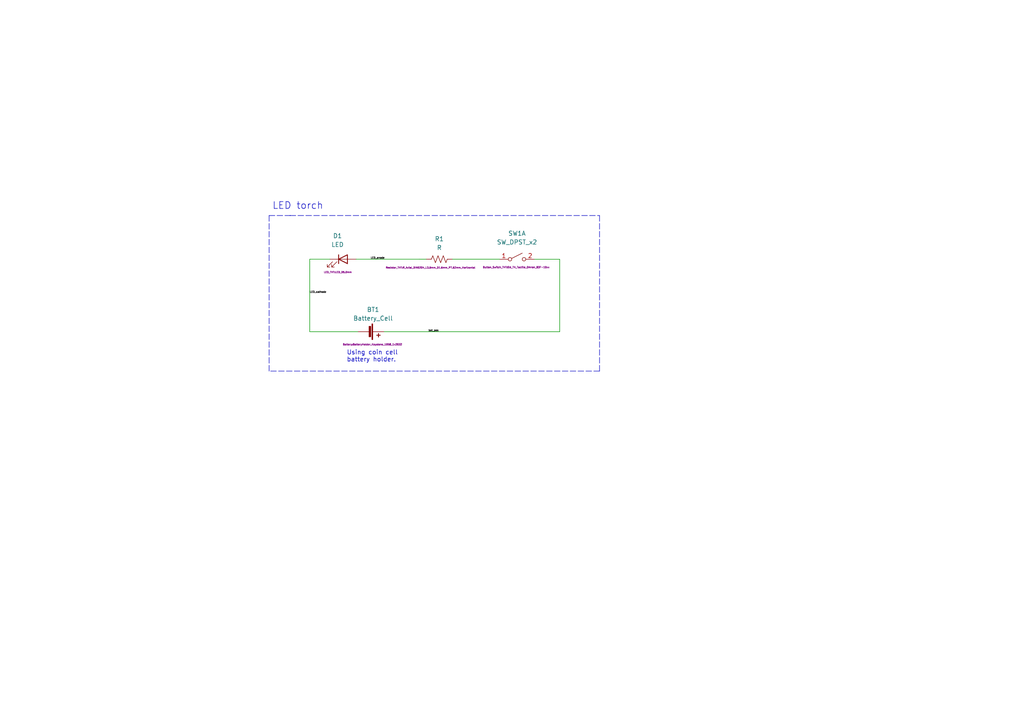
<source format=kicad_sch>
(kicad_sch (version 20211123) (generator eeschema)
  (paper "A4")
  (title_block (title "LED Torch") (date "2025-03-09") (comment 1 "Project 1") (comment 2 "Taulant Shala"))
  (lib_symbols
    (symbol "Device:Battery_Cell" (pin_numbers hide) (pin_names (offset 0) hide)
      (property "Reference" "BT" (at 2.54 2.54 0))
      (property "Value" "Battery_Cell" (at 2.54 0 0))
      (symbol "Battery_Cell_0_1"
        (rectangle (start -2.286 1.778) (end 2.286 1.524) (fill (type outline)))
        (rectangle (start -1.5748 1.1938) (end 1.4732 0.6858) (fill (type outline)))
        (polyline (pts (xy 0 0.762) (xy 0 0)))
        (polyline (pts (xy 0 1.778) (xy 0 2.54)))
        (polyline (pts (xy 0.508 3.429) (xy 1.524 3.429)) (stroke (width 0.254)))
        (polyline (pts (xy 1.016 3.937) (xy 1.016 2.921)) (stroke (width 0.254)))
      )
      (symbol "Battery_Cell_1_1"
        (pin passive line (at 0 5.08 270) (length 2.54) (name "+") (number "1"))
        (pin passive line (at 0 -2.54 90) (length 2.54) (name "-") (number "2"))
      )
    )
    (symbol "Device:LED" (pin_numbers hide) (pin_names (offset 1.016) hide)
      (property "Reference" "D" (at 0 2.54 0))
      (property "Value" "LED" (at 0 -2.54 0))
      (symbol "LED_0_1"
        (polyline (pts (xy -1.27 -1.27) (xy -1.27 1.27)) (stroke (width 0.254)))
        (polyline (pts (xy -1.27 0) (xy 1.27 0)))
        (polyline (pts (xy 1.27 -1.27) (xy 1.27 1.27) (xy -1.27 0) (xy 1.27 -1.27)) (stroke (width 0.254)))
        (polyline (pts (xy -3.048 -0.762) (xy -4.572 -2.286) (xy -3.81 -2.286) (xy -4.572 -2.286) (xy -4.572 -1.524)))
        (polyline (pts (xy -1.778 -0.762) (xy -3.302 -2.286) (xy -2.54 -2.286) (xy -3.302 -2.286) (xy -3.302 -1.524)))
      )
      (symbol "LED_1_1"
        (pin passive line (at -3.81 0 0) (length 2.54) (name "K") (number "1"))
        (pin passive line (at 3.81 0 180) (length 2.54) (name "A") (number "2"))
      )
    )
    (symbol "Device:R_US" (pin_numbers hide) (pin_names (offset 0))
      (property "Reference" "R" (at 2.54 0 90))
      (property "Value" "R_US" (at -2.54 0 90))
      (symbol "R_US_0_1"
        (polyline (pts (xy 0 -2.286) (xy 0 -2.54)))
        (polyline (pts (xy 0 2.286) (xy 0 2.54)))
        (polyline (pts (xy 0 -0.762) (xy 1.016 -1.143) (xy 0 -1.524) (xy -1.016 -1.905) (xy 0 -2.286)))
        (polyline (pts (xy 0 0.762) (xy 1.016 0.381) (xy 0 0) (xy -1.016 -0.381) (xy 0 -0.762)))
        (polyline (pts (xy 0 2.286) (xy 1.016 1.905) (xy 0 1.524) (xy -1.016 1.143) (xy 0 0.762)))
      )
      (symbol "R_US_1_1"
        (pin passive line (at 0 3.81 270) (length 1.27) (name "~") (number "1"))
        (pin passive line (at 0 -3.81 90) (length 1.27) (name "~") (number "2"))
      )
    )
    (symbol "Switch:SW_DPST_x2" (pin_names (offset 0) hide)
      (property "Reference" "SW" (at 0 3.175 0))
      (property "Value" "SW_DPST_x2" (at 0 -2.54 0))
      (symbol "SW_DPST_x2_0_0"
        (circle (center -2.032 0) (radius 0.508))
        (polyline (pts (xy -1.524 0.254) (xy 1.524 1.778)))
        (circle (center 2.032 0) (radius 0.508))
      )
      (symbol "SW_DPST_x2_1_1"
        (pin passive line (at -5.08 0 0) (length 2.54) (name "A") (number "1"))
        (pin passive line (at 5.08 0 180) (length 2.54) (name "B") (number "2"))
      )
      (symbol "SW_DPST_x2_2_1"
        (pin passive line (at -5.08 0 0) (length 2.54) (name "A") (number "3"))
        (pin passive line (at 5.08 0 180) (length 2.54) (name "B") (number "4"))
      )
    )
  )
  (polyline (pts (xy 84.1808 62.5123) (xy 84.1808 62.5284)))
  (wire (pts (xy 162.339 96.2198) (xy 162.339 75.1927)))
  (polyline (pts (xy 78.0547 107.63) (xy 78.0547 62.5123)))
  (wire (pts (xy 95.6778 75.1745) (xy 89.8395 75.1745)))
  (wire (pts (xy 89.8395 96.2198) (xy 103.8062 96.2198)))
  (wire (pts (xy 155.0335 75.1927) (xy 162.339 75.1927)))
  (wire (pts (xy 144.8735 75.1768) (xy 144.8735 75.1927)))
  (polyline (pts (xy 78.0547 62.5123) (xy 84.1808 62.5123)))
  (wire (pts (xy 89.8395 75.1745) (xy 89.8395 96.2198)))
  (wire (pts (xy 131.2347 75.1768) (xy 144.8735 75.1768)))
  (wire (pts (xy 121.6404 75.1745) (xy 123.6147 75.1768)))
  (polyline (pts (xy 173.8913 107.63) (xy 78.0547 107.63)))
  (wire (pts (xy 111.4262 96.2198) (xy 162.339 96.2198)))
  (polyline (pts (xy 84.1192 62.5142) (xy 173.8913 62.5142)))
  (wire (pts (xy 103.2978 75.1745) (xy 121.6404 75.1745)))
  (polyline (pts (xy 173.8913 62.5142) (xy 173.8913 107.63)))
  (text "LED torch\n" (at 78.9555 60.964 0) (effects (font (size 2 2)) (justify left bottom)))
  (text "Using coin cell \nbattery holder. " (at 100.5486 105.1609 0) (effects (font (size 1.27 1.27)) (justify left bottom)))
  (label "LED_cathode" (at 89.8395 85.0797 0) (effects (font (size 0.5 0.5))))
  (label "LED_anode" (at 107.4481 75.1745 0) (effects (font (size 0.5 0.5))))
  (label "bat_pos" (at 124.2209 96.2198 0) (effects (font (size 0.5 0.5))))
  (symbol (lib_id "Switch:SW_DPST_x2") (at 149.9535 75.1927 0) (unit 1)
    (property "Reference" "SW1" (at 149.9535 67.6976 0))
    (property "Value" "SW_DPST_x2" (at 149.9535 70.2376 0))
    (property "Footprint" "Button_Switch_THT:SW_TH_Tactile_Omron_B3F-10xx" (at 149.7141 77.5204 0) (effects (font (size 0.5 0.5))))
  )
  (symbol (lib_id "Device:LED") (at 99.4878 75.1745 0) (unit 1)
    (property "Reference" "D1" (at 97.9003 68.4103 0))
    (property "Value" "LED" (at 97.9003 70.9503 0))
    (property "Footprint" "LED_THT:LED_D5.0mm" (at 97.9841 78.9367 0) (effects (font (size 0.5 0.5))))
  )
  (symbol (lib_id "Device:R_US") (at 127.4247 75.1768 90) (unit 1)
    (property "Reference" "R1" (at 127.4247 69.3049 90))
    (property "Value" "R" (at 127.4247 71.8449 90))
    (property "Footprint" "Resistor_THT:R_Axial_DIN0204_L3.6mm_D1.6mm_P7.62mm_Horizontal" (at 124.871 77.6225 90) (effects (font (size 0.5 0.5))))
  )
  (symbol (lib_id "Device:Battery_Cell") (at 106.3462 96.2198 270) (unit 1)
    (property "Reference" "BT1" (at 108.2123 89.7938 90))
    (property "Value" "Battery_Cell" (at 108.2123 92.3338 90))
    (property "Footprint" "Battery:BatteryHolder_Keystone_1058_1x2032" (at 108.0285 99.9012 90) (effects (font (size 0.5 0.5))))
  )
)
</source>
